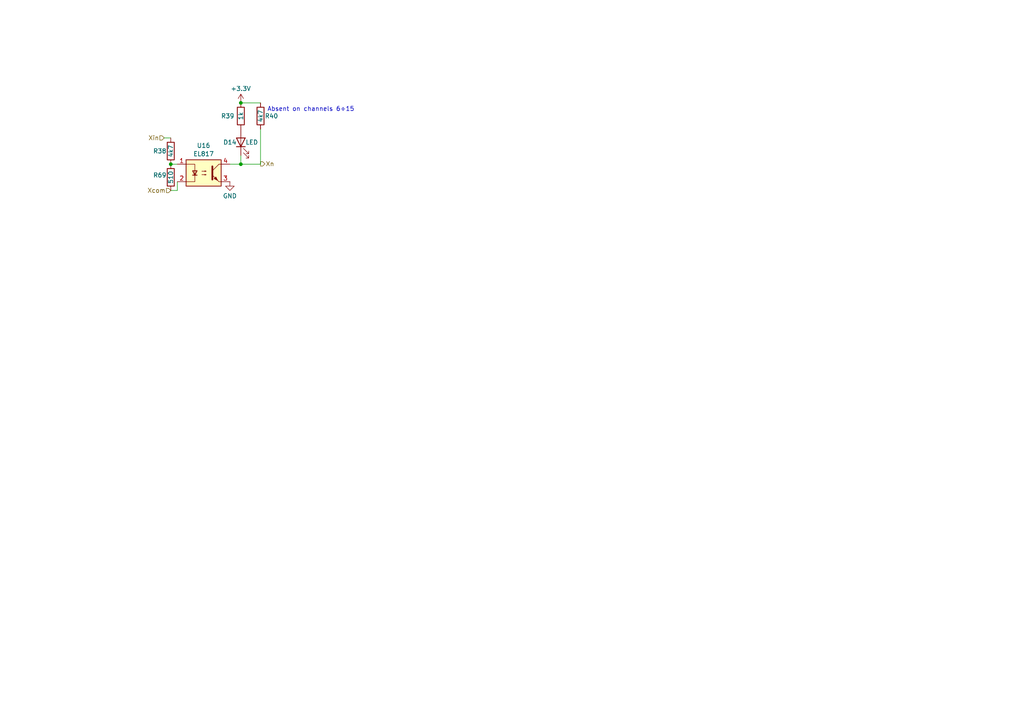
<source format=kicad_sch>
(kicad_sch (version 20231120) (generator "eeschema") (generator_version "8.0")
  (paper "A4")
  (lib_symbols
    (symbol "Device:LED" (pin_numbers hide) (pin_names (offset 1.016) hide)
      (property "Reference" "D" (at 0 2.54 0))
      (property "Value" "LED" (at 0 -2.54 0))
      (symbol "LED_0_1"
        (polyline (pts (xy -1.27 -1.27) (xy -1.27 1.27)) (stroke (width 0.254)))
        (polyline (pts (xy -1.27 0) (xy 1.27 0)))
        (polyline (pts (xy 1.27 -1.27) (xy 1.27 1.27) (xy -1.27 0) (xy 1.27 -1.27)) (stroke (width 0.254)))
        (polyline (pts (xy -3.048 -0.762) (xy -4.572 -2.286) (xy -3.81 -2.286) (xy -4.572 -2.286) (xy -4.572 -1.524)))
        (polyline (pts (xy -1.778 -0.762) (xy -3.302 -2.286) (xy -2.54 -2.286) (xy -3.302 -2.286) (xy -3.302 -1.524)))
      )
      (symbol "LED_1_1"
        (pin passive line (at -3.81 0 0) (length 2.54) (name "K") (number "1"))
        (pin passive line (at 3.81 0 180) (length 2.54) (name "A") (number "2"))
      )
    )
    (symbol "Device:R" (pin_numbers hide) (pin_names (offset 0))
      (property "Reference" "R" (at 2.032 0 90))
      (property "Value" "R" (at 0 0 90))
      (symbol "R_0_1"
        (rectangle (start -1.016 -2.54) (end 1.016 2.54) (stroke (width 0.254)))
      )
      (symbol "R_1_1"
        (pin passive line (at 0 3.81 270) (length 1.27) (name "~") (number "1"))
        (pin passive line (at 0 -3.81 90) (length 1.27) (name "~") (number "2"))
      )
    )
    (symbol "Isolator:EL817" (pin_names (offset 1.016))
      (property "Reference" "U" (at -5.08 5.08 0))
      (property "Value" "EL817" (at 0 5.08 0))
      (symbol "EL817_0_1"
        (rectangle (start -5.08 3.81) (end 5.08 -3.81) (stroke (width 0.254)) (fill (type background)))
        (polyline (pts (xy -3.175 -0.635) (xy -1.905 -0.635)) (stroke (width 0.254)))
        (polyline (pts (xy 2.54 0.635) (xy 4.445 2.54)))
        (polyline (pts (xy 4.445 -2.54) (xy 2.54 -0.635)) (fill (type outline)))
        (polyline (pts (xy 4.445 -2.54) (xy 5.08 -2.54)))
        (polyline (pts (xy 4.445 2.54) (xy 5.08 2.54)))
        (polyline (pts (xy -5.08 2.54) (xy -2.54 2.54) (xy -2.54 -0.635)))
        (polyline (pts (xy -2.54 -0.635) (xy -2.54 -2.54) (xy -5.08 -2.54)))
        (polyline (pts (xy 2.54 1.905) (xy 2.54 -1.905) (xy 2.54 -1.905)) (stroke (width 0.508)))
        (polyline (pts (xy -2.54 -0.635) (xy -3.175 0.635) (xy -1.905 0.635) (xy -2.54 -0.635)) (stroke (width 0.254)))
        (polyline (pts (xy -0.508 -0.508) (xy 0.762 -0.508) (xy 0.381 -0.635) (xy 0.381 -0.381) (xy 0.762 -0.508)))
        (polyline (pts (xy -0.508 0.508) (xy 0.762 0.508) (xy 0.381 0.381) (xy 0.381 0.635) (xy 0.762 0.508)))
        (polyline (pts (xy 3.048 -1.651) (xy 3.556 -1.143) (xy 4.064 -2.159) (xy 3.048 -1.651) (xy 3.048 -1.651)) (fill (type outline)))
      )
      (symbol "EL817_1_1"
        (pin passive line (at -7.62 2.54 0) (length 2.54) (name "~") (number "1"))
        (pin passive line (at -7.62 -2.54 0) (length 2.54) (name "~") (number "2"))
        (pin passive line (at 7.62 -2.54 180) (length 2.54) (name "~") (number "3"))
        (pin passive line (at 7.62 2.54 180) (length 2.54) (name "~") (number "4"))
      )
    )
    (symbol "power:+3.3V" (power) (pin_numbers hide) (pin_names (offset 0) hide)
      (property "Value" "+3.3V" (at 0 3.556 0))
      (symbol "+3.3V_0_1"
        (polyline (pts (xy -0.762 1.27) (xy 0 2.54)))
        (polyline (pts (xy 0 0) (xy 0 2.54)))
        (polyline (pts (xy 0 2.54) (xy 0.762 1.27)))
      )
      (symbol "+3.3V_1_1"
        (pin power_in line (at 0 0 90) (length 0) (name "~") (number "1"))
      )
    )
    (symbol "power:GND" (power) (pin_numbers hide) (pin_names (offset 0) hide)
      (property "Value" "GND" (at 0 -3.81 0))
      (symbol "GND_0_1"
        (polyline (pts (xy 0 0) (xy 0 -1.27) (xy 1.27 -1.27) (xy 0 -2.54) (xy -1.27 -1.27) (xy 0 -1.27)))
      )
      (symbol "GND_1_1"
        (pin power_in line (at 0 0 270) (length 0) (name "~") (number "1"))
      )
    )
  )
  (junction (at 69.85 47.625))
  (junction (at 69.85 29.845))
  (junction (at 49.53 47.625))
  (wire (pts (xy 49.53 47.625) (xy 51.435 47.625)))
  (wire (pts (xy 51.435 55.245) (xy 51.435 52.705)))
  (wire (pts (xy 69.85 29.845) (xy 75.565 29.845)))
  (wire (pts (xy 75.565 37.465) (xy 75.565 47.625)))
  (wire (pts (xy 49.53 55.245) (xy 51.435 55.245)))
  (wire (pts (xy 69.85 45.085) (xy 69.85 47.625)))
  (wire (pts (xy 75.565 47.625) (xy 69.85 47.625)))
  (wire (pts (xy 47.625 40.005) (xy 49.53 40.005)))
  (wire (pts (xy 69.85 47.625) (xy 66.675 47.625)))
  (text "Absent on channels 6÷15" (at 90.17 31.75 0) (effects (font (size 1.27 1.27))))
  (hierarchical_label "Xn" (shape output) (at 75.565 47.5335 0))
  (hierarchical_label "Xin" (shape input) (at 47.625 40.005 180))
  (hierarchical_label "Xcom" (shape input) (at 49.53 55.245 180))
  (symbol (lib_id "Device:R") (at 69.85 33.655 180) (unit 1)
    (property "Reference" "R39" (at 66.04 33.655 0))
    (property "Value" "1k" (at 69.85 33.655 90))
    (property "Footprint" "Resistor_SMD:R_0603_1608Metric_Pad0.98x0.95mm_HandSolder" (effects (hide yes)))
    (property "Description" "Resistor" (effects (hide yes)))
    (instances (project "fx3u_24mr" (path "" (reference "R39") (unit 1)) (path "" (reference "R33") (unit 1)) (path "" (reference "R24") (unit 1)) (path "" (reference "R9") (unit 1)) (path "" (reference "R42") (unit 1)) (path "" (reference "R15") (unit 1)) (path "" (reference "R18") (unit 1)) (path "" (reference "R30") (unit 1)) (path "" (reference "R12") (unit 1)) (path "" (reference "R36") (unit 1)) (path "" (reference "R21") (unit 1)) (path "" (reference "R27") (unit 1)) (path "" (reference "R45") (unit 1)) (path "" (reference "R5") (unit 1))))
  )
  (symbol (lib_id "Device:R") (at 49.53 51.435 0) (unit 1)
    (property "Reference" "R69" (at 46.355 50.8 0))
    (property "Value" "510" (at 49.53 51.435 90))
    (property "Footprint" "Resistor_SMD:R_0603_1608Metric_Pad0.98x0.95mm_HandSolder" (effects (hide yes)))
    (property "Description" "Resistor" (effects (hide yes)))
    (instances (project "fx3u_24mr" (path "" (reference "R69") (unit 1)) (path "" (reference "R67") (unit 1)) (path "" (reference "R64") (unit 1)) (path "" (reference "R59") (unit 1)) (path "" (reference "R70") (unit 1)) (path "" (reference "R61") (unit 1)) (path "" (reference "R62") (unit 1)) (path "" (reference "R66") (unit 1)) (path "" (reference "R60") (unit 1)) (path "" (reference "R68") (unit 1)) (path "" (reference "R63") (unit 1)) (path "" (reference "R65") (unit 1)) (path "" (reference "R71") (unit 1)) (path "" (reference "R58") (unit 1))))
  )
  (symbol (lib_id "Device:R") (at 49.53 43.815 180) (unit 1)
    (property "Reference" "R38" (at 46.355 43.815 0))
    (property "Value" "4k7" (at 49.53 43.815 90))
    (property "Footprint" "Resistor_SMD:R_0603_1608Metric_Pad0.98x0.95mm_HandSolder" (effects (hide yes)))
    (property "Description" "Resistor" (effects (hide yes)))
    (instances (project "fx3u_24mr" (path "" (reference "R38") (unit 1)) (path "" (reference "R32") (unit 1)) (path "" (reference "R23") (unit 1)) (path "" (reference "R8") (unit 1)) (path "" (reference "R41") (unit 1)) (path "" (reference "R14") (unit 1)) (path "" (reference "R17") (unit 1)) (path "" (reference "R29") (unit 1)) (path "" (reference "R11") (unit 1)) (path "" (reference "R35") (unit 1)) (path "" (reference "R20") (unit 1)) (path "" (reference "R26") (unit 1)) (path "" (reference "R44") (unit 1)) (path "" (reference "R7") (unit 1))))
  )
  (symbol (lib_id "power:GND") (at 66.675 52.705 0) (unit 1)
    (property "Reference" "#PWR038" (effects (hide yes)))
    (property "Value" "GND" (at 66.675 56.8381 0))
    (property "Description" "Power symbol creates a global label with name \"GND\" , ground" (effects (hide yes)))
    (instances (project "fx3u_24mr" (path "" (reference "#PWR038") (unit 1)) (path "" (reference "#PWR034") (unit 1)) (path "" (reference "#PWR028") (unit 1)) (path "" (reference "#PWR018") (unit 1)) (path "" (reference "#PWR040") (unit 1)) (path "" (reference "#PWR022") (unit 1)) (path "" (reference "#PWR024") (unit 1)) (path "" (reference "#PWR032") (unit 1)) (path "" (reference "#PWR020") (unit 1)) (path "" (reference "#PWR036") (unit 1)) (path "" (reference "#PWR026") (unit 1)) (path "" (reference "#PWR030") (unit 1)) (path "" (reference "#PWR042") (unit 1)) (path "" (reference "#PWR0106") (unit 1))))
  )
  (symbol (lib_id "power:+3.3V") (at 69.85 29.845 0) (unit 1)
    (property "Reference" "#PWR039" (effects (hide yes)))
    (property "Value" "+3.3V" (at 69.85 25.7119 0))
    (property "Description" "Power symbol creates a global label with name \"+3.3V\"" (effects (hide yes)))
    (instances (project "fx3u_24mr" (path "" (reference "#PWR039") (unit 1)) (path "" (reference "#PWR035") (unit 1)) (path "" (reference "#PWR029") (unit 1)) (path "" (reference "#PWR019") (unit 1)) (path "" (reference "#PWR041") (unit 1)) (path "" (reference "#PWR023") (unit 1)) (path "" (reference "#PWR025") (unit 1)) (path "" (reference "#PWR033") (unit 1)) (path "" (reference "#PWR021") (unit 1)) (path "" (reference "#PWR037") (unit 1)) (path "" (reference "#PWR027") (unit 1)) (path "" (reference "#PWR031") (unit 1)) (path "" (reference "#PWR043") (unit 1)) (path "" (reference "#PWR017") (unit 1))))
  )
  (symbol (lib_id "Isolator:EL817") (at 59.055 50.165 0) (unit 1)
    (property "Reference" "U16" (at 59.055 42.2105 0))
    (property "Value" "EL817" (at 59.055 44.6348 0))
    (property "Footprint" "Package_DIP:DIP-4_W7.62mm" (effects (hide yes)))
    (property "Datasheet" "http://www.everlight.com/file/ProductFile/EL817.pdf" (effects (hide yes)))
    (property "Description" "DC Optocoupler, Vce 35V, DIP-4" (effects (hide yes)))
    (instances (project "fx3u_24mr" (path "" (reference "U16") (unit 1)) (path "" (reference "U14") (unit 1)) (path "" (reference "U11") (unit 1)) (path "" (reference "U6") (unit 1)) (path "" (reference "U17") (unit 1)) (path "" (reference "U8") (unit 1)) (path "" (reference "U9") (unit 1)) (path "" (reference "U13") (unit 1)) (path "" (reference "U7") (unit 1)) (path "" (reference "U15") (unit 1)) (path "" (reference "U10") (unit 1)) (path "" (reference "U12") (unit 1)) (path "" (reference "U18") (unit 1)) (path "" (reference "U2") (unit 1))))
  )
  (symbol (lib_id "Device:R") (at 75.565 33.655 180) (unit 1)
    (property "Reference" "R40" (at 78.74 33.655 0))
    (property "Value" "4k7" (at 75.565 33.655 90))
    (property "Footprint" "Resistor_SMD:R_0603_1608Metric_Pad0.98x0.95mm_HandSolder" (effects (hide yes)))
    (property "Description" "Resistor" (effects (hide yes)))
    (instances (project "fx3u_24mr" (path "" (reference "R40") (unit 1)) (path "" (reference "R34") (unit 1)) (path "" (reference "R25") (unit 1)) (path "" (reference "R10") (unit 1)) (path "" (reference "R43") (unit 1)) (path "" (reference "R16") (unit 1)) (path "" (reference "R19") (unit 1)) (path "" (reference "R31") (unit 1)) (path "" (reference "R13") (unit 1)) (path "" (reference "R37") (unit 1)) (path "" (reference "R22") (unit 1)) (path "" (reference "R28") (unit 1)) (path "" (reference "R46") (unit 1)) (path "" (reference "R6") (unit 1))))
  )
  (symbol (lib_id "Device:LED") (at 69.85 41.275 90) (unit 1)
    (property "Reference" "D14" (at 66.675 41.275 90))
    (property "Value" "LED" (at 73.025 41.275 90))
    (property "Footprint" "LED_SMD:LED_0805_2012Metric_Pad1.15x1.40mm_HandSolder" (effects (hide yes)))
    (property "Description" "Light emitting diode" (effects (hide yes)))
    (instances (project "fx3u_24mr" (path "" (reference "D14") (unit 1)) (path "" (reference "D12") (unit 1)) (path "" (reference "D9") (unit 1)) (path "" (reference "D4") (unit 1)) (path "" (reference "D15") (unit 1)) (path "" (reference "D6") (unit 1)) (path "" (reference "D7") (unit 1)) (path "" (reference "D11") (unit 1)) (path "" (reference "D5") (unit 1)) (path "" (reference "D13") (unit 1)) (path "" (reference "D8") (unit 1)) (path "" (reference "D10") (unit 1)) (path "" (reference "D16") (unit 1)) (path "" (reference "D3") (unit 1))))
  )
)
</source>
